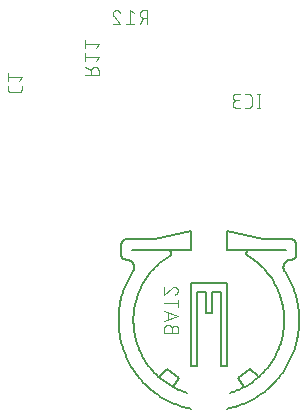
<source format=gbr>
G04 EAGLE Gerber RS-274X export*
G75*
%MOMM*%
%FSLAX34Y34*%
%LPD*%
%INSilkscreen Bottom*%
%IPPOS*%
%AMOC8*
5,1,8,0,0,1.08239X$1,22.5*%
G01*
%ADD10C,0.101600*%
%ADD11C,0.200000*%


D10*
X638073Y732592D02*
X638073Y720908D01*
X639371Y720908D02*
X636774Y720908D01*
X636774Y732592D02*
X639371Y732592D01*
X629611Y720908D02*
X627014Y720908D01*
X629611Y720908D02*
X629710Y720910D01*
X629810Y720916D01*
X629909Y720925D01*
X630007Y720938D01*
X630105Y720955D01*
X630203Y720976D01*
X630299Y721001D01*
X630394Y721029D01*
X630488Y721061D01*
X630581Y721096D01*
X630673Y721135D01*
X630763Y721178D01*
X630851Y721223D01*
X630938Y721273D01*
X631022Y721325D01*
X631105Y721381D01*
X631185Y721439D01*
X631263Y721501D01*
X631338Y721566D01*
X631411Y721634D01*
X631481Y721704D01*
X631549Y721777D01*
X631614Y721852D01*
X631676Y721930D01*
X631734Y722010D01*
X631790Y722093D01*
X631842Y722177D01*
X631892Y722264D01*
X631937Y722352D01*
X631980Y722442D01*
X632019Y722534D01*
X632054Y722627D01*
X632086Y722721D01*
X632114Y722816D01*
X632139Y722912D01*
X632160Y723010D01*
X632177Y723108D01*
X632190Y723206D01*
X632199Y723305D01*
X632205Y723405D01*
X632207Y723504D01*
X632207Y729996D01*
X632205Y730095D01*
X632199Y730195D01*
X632190Y730294D01*
X632177Y730392D01*
X632160Y730490D01*
X632139Y730588D01*
X632114Y730684D01*
X632086Y730779D01*
X632054Y730873D01*
X632019Y730966D01*
X631980Y731058D01*
X631937Y731148D01*
X631892Y731236D01*
X631842Y731323D01*
X631790Y731407D01*
X631734Y731490D01*
X631676Y731570D01*
X631614Y731648D01*
X631549Y731723D01*
X631481Y731796D01*
X631411Y731866D01*
X631338Y731934D01*
X631263Y731999D01*
X631185Y732061D01*
X631105Y732119D01*
X631022Y732175D01*
X630938Y732227D01*
X630851Y732277D01*
X630763Y732322D01*
X630673Y732365D01*
X630581Y732404D01*
X630488Y732439D01*
X630394Y732471D01*
X630299Y732499D01*
X630203Y732524D01*
X630105Y732545D01*
X630007Y732562D01*
X629909Y732575D01*
X629810Y732584D01*
X629710Y732590D01*
X629611Y732592D01*
X627014Y732592D01*
X622649Y720908D02*
X619404Y720908D01*
X619291Y720910D01*
X619178Y720916D01*
X619065Y720926D01*
X618952Y720940D01*
X618840Y720957D01*
X618729Y720979D01*
X618619Y721004D01*
X618509Y721034D01*
X618401Y721067D01*
X618294Y721104D01*
X618188Y721144D01*
X618084Y721189D01*
X617981Y721237D01*
X617880Y721288D01*
X617781Y721343D01*
X617684Y721401D01*
X617589Y721463D01*
X617496Y721528D01*
X617406Y721596D01*
X617318Y721667D01*
X617232Y721742D01*
X617149Y721819D01*
X617069Y721899D01*
X616992Y721982D01*
X616917Y722068D01*
X616846Y722156D01*
X616778Y722246D01*
X616713Y722339D01*
X616651Y722434D01*
X616593Y722531D01*
X616538Y722630D01*
X616487Y722731D01*
X616439Y722834D01*
X616394Y722938D01*
X616354Y723044D01*
X616317Y723151D01*
X616284Y723259D01*
X616254Y723369D01*
X616229Y723479D01*
X616207Y723590D01*
X616190Y723702D01*
X616176Y723815D01*
X616166Y723928D01*
X616160Y724041D01*
X616158Y724154D01*
X616160Y724267D01*
X616166Y724380D01*
X616176Y724493D01*
X616190Y724606D01*
X616207Y724718D01*
X616229Y724829D01*
X616254Y724939D01*
X616284Y725049D01*
X616317Y725157D01*
X616354Y725264D01*
X616394Y725370D01*
X616439Y725474D01*
X616487Y725577D01*
X616538Y725678D01*
X616593Y725777D01*
X616651Y725874D01*
X616713Y725969D01*
X616778Y726062D01*
X616846Y726152D01*
X616917Y726240D01*
X616992Y726326D01*
X617069Y726409D01*
X617149Y726489D01*
X617232Y726566D01*
X617318Y726641D01*
X617406Y726712D01*
X617496Y726780D01*
X617589Y726845D01*
X617684Y726907D01*
X617781Y726965D01*
X617880Y727020D01*
X617981Y727071D01*
X618084Y727119D01*
X618188Y727164D01*
X618294Y727204D01*
X618401Y727241D01*
X618509Y727274D01*
X618619Y727304D01*
X618729Y727329D01*
X618840Y727351D01*
X618952Y727368D01*
X619065Y727382D01*
X619178Y727392D01*
X619291Y727398D01*
X619404Y727400D01*
X618754Y732592D02*
X622649Y732592D01*
X618754Y732592D02*
X618653Y732590D01*
X618553Y732584D01*
X618453Y732574D01*
X618353Y732561D01*
X618254Y732543D01*
X618155Y732522D01*
X618058Y732497D01*
X617961Y732468D01*
X617866Y732435D01*
X617772Y732399D01*
X617680Y732359D01*
X617589Y732316D01*
X617500Y732269D01*
X617413Y732219D01*
X617327Y732165D01*
X617244Y732108D01*
X617164Y732048D01*
X617085Y731985D01*
X617009Y731918D01*
X616936Y731849D01*
X616866Y731777D01*
X616798Y731703D01*
X616733Y731626D01*
X616672Y731546D01*
X616613Y731464D01*
X616558Y731380D01*
X616506Y731294D01*
X616457Y731206D01*
X616412Y731116D01*
X616370Y731024D01*
X616332Y730931D01*
X616298Y730836D01*
X616267Y730741D01*
X616240Y730644D01*
X616217Y730546D01*
X616197Y730447D01*
X616182Y730347D01*
X616170Y730247D01*
X616162Y730147D01*
X616158Y730046D01*
X616158Y729946D01*
X616162Y729845D01*
X616170Y729745D01*
X616182Y729645D01*
X616197Y729545D01*
X616217Y729446D01*
X616240Y729348D01*
X616267Y729251D01*
X616298Y729156D01*
X616332Y729061D01*
X616370Y728968D01*
X616412Y728876D01*
X616457Y728786D01*
X616506Y728698D01*
X616558Y728612D01*
X616613Y728528D01*
X616672Y728446D01*
X616733Y728366D01*
X616798Y728289D01*
X616866Y728215D01*
X616936Y728143D01*
X617009Y728074D01*
X617085Y728007D01*
X617164Y727944D01*
X617244Y727884D01*
X617327Y727827D01*
X617413Y727773D01*
X617500Y727723D01*
X617589Y727676D01*
X617680Y727633D01*
X617772Y727593D01*
X617866Y727557D01*
X617961Y727524D01*
X618058Y727495D01*
X618155Y727470D01*
X618254Y727449D01*
X618353Y727431D01*
X618453Y727418D01*
X618553Y727408D01*
X618653Y727402D01*
X618754Y727400D01*
X618754Y727399D02*
X621351Y727399D01*
D11*
X531761Y582650D02*
X530773Y581079D01*
X529823Y579484D01*
X528913Y577866D01*
X528041Y576227D01*
X527210Y574567D01*
X526419Y572887D01*
X525670Y571189D01*
X524961Y569473D01*
X524295Y567740D01*
X523671Y565992D01*
X523089Y564229D01*
X522551Y562452D01*
X522055Y560663D01*
X521604Y558862D01*
X521196Y557051D01*
X520832Y555231D01*
X520512Y553402D01*
X520237Y551566D01*
X520007Y549724D01*
X519821Y547877D01*
X519680Y546026D01*
X519585Y544172D01*
X519534Y542316D01*
X519528Y540460D01*
X519567Y538604D01*
X519652Y536749D01*
X519781Y534897D01*
X519955Y533049D01*
X520174Y531205D01*
X520438Y529368D01*
X520746Y527537D01*
X521099Y525714D01*
X521496Y523901D01*
X521936Y522097D01*
X522420Y520305D01*
X522948Y518525D01*
X523519Y516759D01*
X524132Y515007D01*
X524788Y513270D01*
X525485Y511549D01*
X526224Y509846D01*
X527005Y508162D01*
X527825Y506497D01*
X528687Y504852D01*
X529587Y503229D01*
X530527Y501628D01*
X531506Y500050D01*
X532522Y498497D01*
X533576Y496969D01*
X534667Y495466D01*
X535793Y493991D01*
X536956Y492543D01*
X538153Y491124D01*
X539384Y489735D01*
X540648Y488376D01*
X541945Y487047D01*
X543274Y485751D01*
X544634Y484488D01*
X546025Y483257D01*
X547444Y482061D01*
X548893Y480900D01*
X550369Y479774D01*
X551872Y478684D01*
X553401Y477631D01*
X554955Y476616D01*
X556533Y475638D01*
X558135Y474700D01*
X559758Y473800D01*
X561404Y472940D01*
X563069Y472120D01*
X564754Y471341D01*
X566458Y470603D01*
X568178Y469906D01*
X569916Y469251D01*
X571668Y468639D01*
X573435Y468070D01*
X575215Y467543D01*
X577008Y467060D01*
X578812Y466621D01*
X580625Y466225D01*
X611375Y466225D02*
X613190Y466618D01*
X614996Y467055D01*
X616790Y467535D01*
X618572Y468059D01*
X620341Y468626D01*
X622096Y469236D01*
X623835Y469889D01*
X625558Y470583D01*
X627263Y471320D01*
X628950Y472097D01*
X630618Y472915D01*
X632265Y473774D01*
X633891Y474672D01*
X635494Y475610D01*
X637075Y476586D01*
X638631Y477601D01*
X640162Y478653D01*
X641667Y479742D01*
X643145Y480867D01*
X644595Y482027D01*
X646016Y483223D01*
X647408Y484453D01*
X648770Y485716D01*
X650101Y487012D01*
X651400Y488341D01*
X652666Y489700D01*
X653898Y491089D01*
X655097Y492509D01*
X656260Y493956D01*
X657389Y495432D01*
X658480Y496935D01*
X659535Y498464D01*
X660553Y500018D01*
X661532Y501596D01*
X662473Y503198D01*
X663375Y504822D01*
X664237Y506467D01*
X665058Y508133D01*
X665839Y509819D01*
X666579Y511523D01*
X667277Y513244D01*
X667933Y514982D01*
X668546Y516735D01*
X669117Y518503D01*
X669644Y520284D01*
X670129Y522078D01*
X670569Y523882D01*
X670965Y525697D01*
X671317Y527521D01*
X671625Y529353D01*
X671888Y531191D01*
X672106Y533036D01*
X672280Y534886D01*
X672408Y536739D01*
X672491Y538594D01*
X672529Y540452D01*
X672522Y542309D01*
X672470Y544166D01*
X672373Y546021D01*
X672230Y547873D01*
X672043Y549721D01*
X671811Y551564D01*
X671534Y553401D01*
X671212Y555230D01*
X670846Y557051D01*
X670436Y558863D01*
X669982Y560664D01*
X669484Y562454D01*
X668943Y564231D01*
X668359Y565994D01*
X667732Y567743D01*
X667063Y569476D01*
X666352Y571192D01*
X665600Y572890D01*
X664806Y574569D01*
X663972Y576229D01*
X663097Y577868D01*
X662183Y579485D01*
X661230Y581080D01*
X660239Y582651D01*
X531761Y582650D02*
X531846Y582785D01*
X531928Y582922D01*
X532006Y583061D01*
X532080Y583201D01*
X532151Y583344D01*
X532219Y583488D01*
X532283Y583634D01*
X532343Y583782D01*
X532400Y583931D01*
X532453Y584081D01*
X532502Y584232D01*
X532548Y584385D01*
X532590Y584539D01*
X532628Y584693D01*
X532662Y584849D01*
X532692Y585005D01*
X532719Y585163D01*
X532741Y585320D01*
X532760Y585479D01*
X532775Y585637D01*
X532786Y585796D01*
X532793Y585955D01*
X532796Y586115D01*
X532795Y586274D01*
X532790Y586433D01*
X532781Y586592D01*
X532769Y586751D01*
X532752Y586910D01*
X532732Y587068D01*
X532708Y587225D01*
X532679Y587382D01*
X532647Y587538D01*
X532611Y587693D01*
X532572Y587848D01*
X532528Y588001D01*
X532481Y588153D01*
X532430Y588304D01*
X532375Y588454D01*
X532317Y588602D01*
X532255Y588749D01*
X532189Y588894D01*
X532120Y589038D01*
X532048Y589179D01*
X531971Y589319D01*
X531892Y589457D01*
X531809Y589593D01*
X531723Y589727D01*
X531633Y589859D01*
X531540Y589989D01*
X531444Y590116D01*
X531345Y590241D01*
X531243Y590363D01*
X531138Y590483D01*
X531030Y590600D01*
X530919Y590715D01*
X530806Y590826D01*
X530690Y590935D01*
X530571Y591041D01*
X530449Y591144D01*
X530325Y591244D01*
X530198Y591341D01*
X530070Y591435D01*
X529939Y591525D01*
X529805Y591613D01*
X529670Y591697D01*
X529532Y591777D01*
X529393Y591855D01*
X529252Y591928D01*
X529109Y591999D01*
X528964Y592065D01*
X528818Y592129D01*
X528670Y592188D01*
X528521Y592244D01*
X528370Y592296D01*
X528218Y592345D01*
X528066Y592389D01*
X527912Y592430D01*
X527757Y592467D01*
X527601Y592501D01*
X527444Y592530D01*
X527287Y592556D01*
X527129Y592577D01*
X526971Y592595D01*
X526812Y592609D01*
X526653Y592619D01*
X526494Y592625D01*
X526334Y592627D01*
X526175Y592625D01*
X526047Y592624D01*
X525918Y592627D01*
X525790Y592633D01*
X525662Y592644D01*
X525534Y592658D01*
X525407Y592676D01*
X525280Y592698D01*
X525154Y592724D01*
X525029Y592753D01*
X524905Y592786D01*
X524782Y592823D01*
X524660Y592864D01*
X524539Y592908D01*
X524420Y592956D01*
X524302Y593007D01*
X524186Y593062D01*
X524071Y593120D01*
X523959Y593182D01*
X523848Y593247D01*
X523739Y593315D01*
X523632Y593387D01*
X523528Y593462D01*
X523426Y593539D01*
X523326Y593620D01*
X523228Y593704D01*
X523133Y593791D01*
X523041Y593880D01*
X522952Y593972D01*
X522865Y594067D01*
X522781Y594165D01*
X522700Y594265D01*
X522623Y594367D01*
X522548Y594471D01*
X522476Y594578D01*
X522408Y594687D01*
X522343Y594798D01*
X522281Y594910D01*
X522223Y595025D01*
X522168Y595141D01*
X522117Y595259D01*
X522069Y595378D01*
X522025Y595499D01*
X521984Y595621D01*
X521947Y595744D01*
X521914Y595868D01*
X521885Y595993D01*
X521859Y596119D01*
X521837Y596246D01*
X521819Y596373D01*
X521805Y596501D01*
X521794Y596629D01*
X521788Y596757D01*
X521785Y596886D01*
X521786Y597014D01*
X521786Y604994D01*
X521788Y605137D01*
X521794Y605279D01*
X521804Y605421D01*
X521817Y605563D01*
X521835Y605705D01*
X521856Y605846D01*
X521881Y605986D01*
X521911Y606126D01*
X521944Y606264D01*
X521980Y606402D01*
X522021Y606539D01*
X522065Y606674D01*
X522113Y606809D01*
X522164Y606941D01*
X522220Y607073D01*
X522278Y607203D01*
X522341Y607331D01*
X522406Y607458D01*
X522476Y607582D01*
X522548Y607705D01*
X522624Y607826D01*
X522704Y607944D01*
X522786Y608060D01*
X522872Y608174D01*
X522960Y608286D01*
X523052Y608395D01*
X523147Y608502D01*
X523244Y608606D01*
X523345Y608707D01*
X523448Y608805D01*
X523554Y608901D01*
X523662Y608993D01*
X523773Y609083D01*
X523886Y609170D01*
X524002Y609253D01*
X524120Y609333D01*
X524240Y609410D01*
X524362Y609484D01*
X524486Y609554D01*
X524612Y609621D01*
X524740Y609684D01*
X524869Y609744D01*
X525000Y609800D01*
X525133Y609853D01*
X525266Y609902D01*
X525402Y609947D01*
X525538Y609989D01*
X525675Y610027D01*
X525814Y610061D01*
X525953Y610091D01*
X526093Y610118D01*
X526234Y610140D01*
X526375Y610159D01*
X526517Y610174D01*
X526659Y610185D01*
X526802Y610192D01*
X526944Y610195D01*
X527087Y610194D01*
X527229Y610189D01*
X527372Y610181D01*
X550115Y610181D01*
X580785Y616964D01*
X580785Y601004D01*
X660239Y582650D02*
X660154Y582785D01*
X660072Y582922D01*
X659994Y583061D01*
X659920Y583201D01*
X659849Y583344D01*
X659781Y583488D01*
X659717Y583634D01*
X659657Y583782D01*
X659600Y583931D01*
X659547Y584081D01*
X659498Y584232D01*
X659452Y584385D01*
X659410Y584539D01*
X659372Y584693D01*
X659338Y584849D01*
X659308Y585005D01*
X659281Y585163D01*
X659259Y585320D01*
X659240Y585479D01*
X659225Y585637D01*
X659214Y585796D01*
X659207Y585955D01*
X659204Y586115D01*
X659205Y586274D01*
X659210Y586433D01*
X659219Y586592D01*
X659231Y586751D01*
X659248Y586910D01*
X659268Y587068D01*
X659292Y587225D01*
X659321Y587382D01*
X659353Y587538D01*
X659389Y587693D01*
X659428Y587848D01*
X659472Y588001D01*
X659519Y588153D01*
X659570Y588304D01*
X659625Y588454D01*
X659683Y588602D01*
X659745Y588749D01*
X659811Y588894D01*
X659880Y589038D01*
X659952Y589179D01*
X660029Y589319D01*
X660108Y589457D01*
X660191Y589593D01*
X660277Y589727D01*
X660367Y589859D01*
X660460Y589989D01*
X660556Y590116D01*
X660655Y590241D01*
X660757Y590363D01*
X660862Y590483D01*
X660970Y590600D01*
X661081Y590715D01*
X661194Y590826D01*
X661310Y590935D01*
X661429Y591041D01*
X661551Y591144D01*
X661675Y591244D01*
X661802Y591341D01*
X661930Y591435D01*
X662061Y591525D01*
X662195Y591613D01*
X662330Y591697D01*
X662468Y591777D01*
X662607Y591855D01*
X662748Y591928D01*
X662891Y591999D01*
X663036Y592065D01*
X663182Y592129D01*
X663330Y592188D01*
X663479Y592244D01*
X663630Y592296D01*
X663782Y592345D01*
X663934Y592389D01*
X664088Y592430D01*
X664243Y592467D01*
X664399Y592501D01*
X664556Y592530D01*
X664713Y592556D01*
X664871Y592577D01*
X665029Y592595D01*
X665188Y592609D01*
X665347Y592619D01*
X665506Y592625D01*
X665666Y592627D01*
X665825Y592625D01*
X665953Y592624D01*
X666082Y592627D01*
X666210Y592633D01*
X666338Y592644D01*
X666466Y592658D01*
X666593Y592676D01*
X666720Y592698D01*
X666846Y592724D01*
X666971Y592753D01*
X667095Y592786D01*
X667218Y592823D01*
X667340Y592864D01*
X667461Y592908D01*
X667580Y592956D01*
X667698Y593007D01*
X667814Y593062D01*
X667929Y593120D01*
X668041Y593182D01*
X668152Y593247D01*
X668261Y593315D01*
X668368Y593387D01*
X668472Y593462D01*
X668574Y593539D01*
X668674Y593620D01*
X668772Y593704D01*
X668867Y593791D01*
X668959Y593880D01*
X669048Y593972D01*
X669135Y594067D01*
X669219Y594165D01*
X669300Y594265D01*
X669377Y594367D01*
X669452Y594471D01*
X669524Y594578D01*
X669592Y594687D01*
X669657Y594798D01*
X669719Y594910D01*
X669777Y595025D01*
X669832Y595141D01*
X669883Y595259D01*
X669931Y595378D01*
X669975Y595499D01*
X670016Y595621D01*
X670053Y595744D01*
X670086Y595868D01*
X670115Y595993D01*
X670141Y596119D01*
X670163Y596246D01*
X670181Y596373D01*
X670195Y596501D01*
X670206Y596629D01*
X670212Y596757D01*
X670215Y596886D01*
X670214Y597014D01*
X670214Y604994D01*
X670212Y605137D01*
X670206Y605279D01*
X670196Y605421D01*
X670183Y605563D01*
X670165Y605705D01*
X670144Y605846D01*
X670119Y605986D01*
X670089Y606126D01*
X670056Y606264D01*
X670020Y606402D01*
X669979Y606539D01*
X669935Y606674D01*
X669887Y606809D01*
X669836Y606941D01*
X669780Y607073D01*
X669722Y607203D01*
X669659Y607331D01*
X669594Y607458D01*
X669524Y607582D01*
X669452Y607705D01*
X669376Y607826D01*
X669296Y607944D01*
X669214Y608060D01*
X669128Y608174D01*
X669040Y608286D01*
X668948Y608395D01*
X668853Y608502D01*
X668756Y608606D01*
X668655Y608707D01*
X668552Y608805D01*
X668446Y608901D01*
X668338Y608993D01*
X668227Y609083D01*
X668114Y609170D01*
X667998Y609253D01*
X667880Y609333D01*
X667760Y609410D01*
X667638Y609484D01*
X667514Y609554D01*
X667388Y609621D01*
X667260Y609684D01*
X667131Y609744D01*
X667000Y609800D01*
X666867Y609853D01*
X666734Y609902D01*
X666598Y609947D01*
X666462Y609989D01*
X666325Y610027D01*
X666186Y610061D01*
X666047Y610091D01*
X665907Y610118D01*
X665766Y610140D01*
X665625Y610159D01*
X665483Y610174D01*
X665341Y610185D01*
X665198Y610192D01*
X665056Y610195D01*
X664913Y610194D01*
X664771Y610189D01*
X664628Y610181D01*
X641885Y610181D01*
X611215Y616964D01*
X611215Y601004D01*
X562883Y595817D02*
X561554Y594983D01*
X560246Y594118D01*
X558960Y593221D01*
X557696Y592292D01*
X556455Y591333D01*
X555238Y590344D01*
X554045Y589326D01*
X552878Y588278D01*
X551737Y587203D01*
X550622Y586100D01*
X549535Y584969D01*
X548475Y583813D01*
X547444Y582631D01*
X546443Y581424D01*
X545471Y580193D01*
X544529Y578939D01*
X543619Y577662D01*
X542740Y576363D01*
X541893Y575043D01*
X541079Y573703D01*
X540297Y572343D01*
X539549Y570965D01*
X538835Y569568D01*
X538156Y568155D01*
X537511Y566725D01*
X536901Y565280D01*
X536327Y563821D01*
X535788Y562348D01*
X535286Y560862D01*
X534820Y559365D01*
X534392Y557856D01*
X534000Y556338D01*
X533645Y554810D01*
X533328Y553274D01*
X533048Y551731D01*
X532806Y550181D01*
X532603Y548626D01*
X532437Y547067D01*
X532309Y545504D01*
X532220Y543938D01*
X532169Y542370D01*
X532157Y540802D01*
X532182Y539234D01*
X532246Y537667D01*
X532349Y536102D01*
X532489Y534540D01*
X532668Y532982D01*
X532885Y531428D01*
X533140Y529881D01*
X533432Y528340D01*
X533762Y526807D01*
X534130Y525282D01*
X534535Y523767D01*
X534976Y522262D01*
X535454Y520769D01*
X535969Y519287D01*
X536520Y517819D01*
X537106Y516364D01*
X537728Y514924D01*
X538385Y513500D01*
X539076Y512093D01*
X539802Y510702D01*
X540561Y509330D01*
X541354Y507977D01*
X542180Y506644D01*
X543038Y505331D01*
X543928Y504039D01*
X544849Y502770D01*
X545801Y501524D01*
X546783Y500301D01*
X547795Y499103D01*
X548835Y497929D01*
X549905Y496782D01*
X551001Y495661D01*
X552125Y494567D01*
X553276Y493501D01*
X554452Y492464D01*
X555653Y491455D01*
X556878Y490476D01*
X558127Y489528D01*
X559399Y488610D01*
X560693Y487724D01*
X562008Y486869D01*
X563344Y486047D01*
X564699Y485258D01*
X566073Y484502D01*
X567465Y483780D01*
X568875Y483093D01*
X570301Y482440D01*
X571742Y481822D01*
X573198Y481239D01*
X574668Y480692D01*
X576151Y480182D01*
X577646Y479707D01*
X613955Y479707D02*
X615441Y480166D01*
X616916Y480661D01*
X618378Y481191D01*
X619827Y481757D01*
X621262Y482357D01*
X622681Y482993D01*
X624085Y483662D01*
X625472Y484366D01*
X626842Y485103D01*
X628193Y485873D01*
X629525Y486676D01*
X630838Y487511D01*
X632129Y488377D01*
X633400Y489275D01*
X634648Y490203D01*
X635873Y491161D01*
X637074Y492148D01*
X638252Y493165D01*
X639404Y494210D01*
X640530Y495282D01*
X641630Y496382D01*
X642703Y497508D01*
X643749Y498659D01*
X644766Y499836D01*
X645754Y501037D01*
X646713Y502262D01*
X647642Y503509D01*
X648540Y504779D01*
X649407Y506070D01*
X650242Y507382D01*
X651046Y508714D01*
X651816Y510065D01*
X652554Y511434D01*
X653258Y512821D01*
X653929Y514225D01*
X654565Y515644D01*
X655166Y517078D01*
X655733Y518527D01*
X656264Y519989D01*
X656759Y521463D01*
X657219Y522949D01*
X657642Y524446D01*
X658028Y525952D01*
X658379Y527468D01*
X658692Y528991D01*
X658968Y530522D01*
X659207Y532059D01*
X659408Y533601D01*
X659572Y535148D01*
X659698Y536698D01*
X659787Y538251D01*
X659837Y539805D01*
X659851Y541360D01*
X659826Y542916D01*
X659763Y544470D01*
X659663Y546022D01*
X659525Y547571D01*
X659350Y549116D01*
X659137Y550657D01*
X658887Y552192D01*
X658599Y553721D01*
X658275Y555242D01*
X657913Y556755D01*
X657515Y558258D01*
X657081Y559752D01*
X656610Y561234D01*
X656104Y562705D01*
X655562Y564163D01*
X654985Y565607D01*
X654373Y567037D01*
X653726Y568451D01*
X653045Y569850D01*
X652331Y571231D01*
X651583Y572595D01*
X650802Y573940D01*
X649988Y575266D01*
X649143Y576571D01*
X648267Y577856D01*
X647359Y579119D01*
X646421Y580360D01*
X645453Y581577D01*
X644456Y582771D01*
X643430Y583940D01*
X642376Y585084D01*
X641295Y586202D01*
X640186Y587293D01*
X639052Y588357D01*
X637892Y589393D01*
X636707Y590401D01*
X635498Y591379D01*
X634266Y592328D01*
X633011Y593247D01*
X631734Y594135D01*
X630436Y594992D01*
X629117Y595817D01*
X611215Y601004D02*
X661000Y601004D01*
X580785Y601004D02*
X531000Y601004D01*
X560875Y600975D02*
X560978Y600993D01*
X561082Y601008D01*
X561186Y601018D01*
X561290Y601025D01*
X561394Y601028D01*
X561499Y601027D01*
X561603Y601022D01*
X561708Y601013D01*
X561811Y601001D01*
X561914Y600984D01*
X562017Y600964D01*
X562119Y600940D01*
X562219Y600912D01*
X562319Y600880D01*
X562417Y600845D01*
X562514Y600806D01*
X562610Y600763D01*
X562704Y600717D01*
X562796Y600668D01*
X562886Y600615D01*
X562974Y600559D01*
X563060Y600499D01*
X563144Y600437D01*
X563225Y600371D01*
X563304Y600303D01*
X563380Y600231D01*
X563453Y600157D01*
X563524Y600080D01*
X563592Y600000D01*
X563657Y599918D01*
X563718Y599834D01*
X563777Y599747D01*
X563832Y599659D01*
X563884Y599568D01*
X563933Y599475D01*
X563978Y599381D01*
X564019Y599285D01*
X564057Y599188D01*
X564091Y599089D01*
X564122Y598989D01*
X564149Y598888D01*
X564172Y598786D01*
X564191Y598684D01*
X564206Y598580D01*
X564218Y598476D01*
X564226Y598372D01*
X564230Y598268D01*
X564229Y598163D01*
X564226Y598059D01*
X564218Y597955D01*
X564206Y597851D01*
X564191Y597747D01*
X564171Y597645D01*
X564148Y597543D01*
X564121Y597442D01*
X564090Y597342D01*
X564056Y597243D01*
X564018Y597146D01*
X563976Y597050D01*
X563931Y596956D01*
X563883Y596863D01*
X563831Y596773D01*
X563775Y596684D01*
X563717Y596598D01*
X563655Y596513D01*
X563590Y596431D01*
X563522Y596352D01*
X563451Y596275D01*
X563378Y596201D01*
X563301Y596129D01*
X563223Y596061D01*
X563141Y595995D01*
X563057Y595933D01*
X562971Y595874D01*
X562883Y595817D01*
X629117Y595816D02*
X629029Y595872D01*
X628943Y595931D01*
X628860Y595993D01*
X628779Y596058D01*
X628700Y596126D01*
X628624Y596197D01*
X628551Y596271D01*
X628481Y596347D01*
X628413Y596426D01*
X628348Y596508D01*
X628287Y596592D01*
X628228Y596678D01*
X628173Y596766D01*
X628121Y596856D01*
X628073Y596948D01*
X628028Y597041D01*
X627986Y597137D01*
X627948Y597233D01*
X627914Y597332D01*
X627883Y597431D01*
X627856Y597531D01*
X627833Y597633D01*
X627813Y597735D01*
X627798Y597838D01*
X627786Y597941D01*
X627778Y598045D01*
X627774Y598148D01*
X627773Y598252D01*
X627777Y598356D01*
X627784Y598460D01*
X627796Y598563D01*
X627811Y598666D01*
X627830Y598768D01*
X627852Y598870D01*
X627879Y598970D01*
X627909Y599070D01*
X627943Y599168D01*
X627980Y599265D01*
X628021Y599361D01*
X628066Y599455D01*
X628114Y599547D01*
X628165Y599637D01*
X628220Y599726D01*
X628278Y599812D01*
X628339Y599896D01*
X628403Y599978D01*
X628470Y600057D01*
X628541Y600134D01*
X628613Y600208D01*
X628689Y600279D01*
X628767Y600348D01*
X628848Y600413D01*
X628931Y600476D01*
X629016Y600535D01*
X629104Y600592D01*
X629193Y600644D01*
X629285Y600694D01*
X629378Y600740D01*
X629473Y600783D01*
X629569Y600822D01*
X629667Y600857D01*
X629766Y600889D01*
X629866Y600917D01*
X629967Y600942D01*
X630069Y600962D01*
X630171Y600979D01*
X630275Y600992D01*
X630378Y601001D01*
X630482Y601007D01*
X630586Y601008D01*
X630690Y601006D01*
X630794Y600999D01*
X630897Y600989D01*
X631000Y600975D01*
X571000Y492600D02*
X566000Y485100D01*
X571000Y492600D02*
X561000Y500100D01*
X554750Y493725D01*
X621000Y492600D02*
X626000Y485100D01*
X621000Y492600D02*
X631000Y500100D01*
X637250Y493725D01*
X581000Y502600D02*
X581000Y572600D01*
X611000Y572600D01*
X611000Y502600D01*
X606000Y502600D01*
X606000Y565100D01*
X598500Y565100D01*
X598500Y547600D01*
X593500Y547600D01*
X593500Y565100D01*
X586000Y565100D01*
X586000Y502600D01*
X581000Y502600D01*
D10*
X564599Y530685D02*
X564599Y533931D01*
X564600Y533931D02*
X564598Y534044D01*
X564592Y534157D01*
X564582Y534270D01*
X564568Y534383D01*
X564551Y534495D01*
X564529Y534606D01*
X564504Y534716D01*
X564474Y534826D01*
X564441Y534934D01*
X564404Y535041D01*
X564364Y535147D01*
X564319Y535251D01*
X564271Y535354D01*
X564220Y535455D01*
X564165Y535554D01*
X564107Y535651D01*
X564045Y535746D01*
X563980Y535839D01*
X563912Y535929D01*
X563841Y536017D01*
X563766Y536103D01*
X563689Y536186D01*
X563609Y536266D01*
X563526Y536343D01*
X563440Y536418D01*
X563352Y536489D01*
X563262Y536557D01*
X563169Y536622D01*
X563074Y536684D01*
X562977Y536742D01*
X562878Y536797D01*
X562777Y536848D01*
X562674Y536896D01*
X562570Y536941D01*
X562464Y536981D01*
X562357Y537018D01*
X562249Y537051D01*
X562139Y537081D01*
X562029Y537106D01*
X561918Y537128D01*
X561806Y537145D01*
X561693Y537159D01*
X561580Y537169D01*
X561467Y537175D01*
X561354Y537177D01*
X561241Y537175D01*
X561128Y537169D01*
X561015Y537159D01*
X560902Y537145D01*
X560790Y537128D01*
X560679Y537106D01*
X560569Y537081D01*
X560459Y537051D01*
X560351Y537018D01*
X560244Y536981D01*
X560138Y536941D01*
X560034Y536896D01*
X559931Y536848D01*
X559830Y536797D01*
X559731Y536742D01*
X559634Y536684D01*
X559539Y536622D01*
X559446Y536557D01*
X559356Y536489D01*
X559268Y536418D01*
X559182Y536343D01*
X559099Y536266D01*
X559019Y536186D01*
X558942Y536103D01*
X558867Y536017D01*
X558796Y535929D01*
X558728Y535839D01*
X558663Y535746D01*
X558601Y535651D01*
X558543Y535554D01*
X558488Y535455D01*
X558437Y535354D01*
X558389Y535251D01*
X558344Y535147D01*
X558304Y535041D01*
X558267Y534934D01*
X558234Y534826D01*
X558204Y534716D01*
X558179Y534606D01*
X558157Y534495D01*
X558140Y534383D01*
X558126Y534270D01*
X558116Y534157D01*
X558110Y534044D01*
X558108Y533931D01*
X558108Y530685D01*
X569792Y530685D01*
X569792Y533931D01*
X569790Y534032D01*
X569784Y534132D01*
X569774Y534232D01*
X569761Y534332D01*
X569743Y534431D01*
X569722Y534530D01*
X569697Y534627D01*
X569668Y534724D01*
X569635Y534819D01*
X569599Y534913D01*
X569559Y535005D01*
X569516Y535096D01*
X569469Y535185D01*
X569419Y535272D01*
X569365Y535358D01*
X569308Y535441D01*
X569248Y535521D01*
X569185Y535600D01*
X569118Y535676D01*
X569049Y535749D01*
X568977Y535819D01*
X568903Y535887D01*
X568826Y535952D01*
X568746Y536013D01*
X568664Y536072D01*
X568580Y536127D01*
X568494Y536179D01*
X568406Y536228D01*
X568316Y536273D01*
X568224Y536315D01*
X568131Y536353D01*
X568036Y536387D01*
X567941Y536418D01*
X567844Y536445D01*
X567746Y536468D01*
X567647Y536488D01*
X567547Y536503D01*
X567447Y536515D01*
X567347Y536523D01*
X567246Y536527D01*
X567146Y536527D01*
X567045Y536523D01*
X566945Y536515D01*
X566845Y536503D01*
X566745Y536488D01*
X566646Y536468D01*
X566548Y536445D01*
X566451Y536418D01*
X566356Y536387D01*
X566261Y536353D01*
X566168Y536315D01*
X566076Y536273D01*
X565986Y536228D01*
X565898Y536179D01*
X565812Y536127D01*
X565728Y536072D01*
X565646Y536013D01*
X565566Y535952D01*
X565489Y535887D01*
X565415Y535819D01*
X565343Y535749D01*
X565274Y535676D01*
X565207Y535600D01*
X565144Y535521D01*
X565084Y535441D01*
X565027Y535358D01*
X564973Y535272D01*
X564923Y535185D01*
X564876Y535096D01*
X564833Y535005D01*
X564793Y534913D01*
X564757Y534819D01*
X564724Y534724D01*
X564695Y534627D01*
X564670Y534530D01*
X564649Y534431D01*
X564631Y534332D01*
X564618Y534232D01*
X564608Y534132D01*
X564602Y534032D01*
X564600Y533931D01*
X558108Y540916D02*
X569792Y544811D01*
X558108Y548705D01*
X561029Y547732D02*
X561029Y541890D01*
X558108Y555478D02*
X569792Y555478D01*
X569792Y552233D02*
X569792Y558724D01*
X569792Y566471D02*
X569790Y566578D01*
X569784Y566684D01*
X569774Y566790D01*
X569761Y566896D01*
X569743Y567002D01*
X569722Y567106D01*
X569697Y567210D01*
X569668Y567313D01*
X569636Y567414D01*
X569599Y567514D01*
X569559Y567613D01*
X569516Y567711D01*
X569469Y567807D01*
X569418Y567901D01*
X569364Y567993D01*
X569307Y568083D01*
X569247Y568171D01*
X569183Y568256D01*
X569116Y568339D01*
X569046Y568420D01*
X568974Y568498D01*
X568898Y568574D01*
X568820Y568646D01*
X568739Y568716D01*
X568656Y568783D01*
X568571Y568847D01*
X568483Y568907D01*
X568393Y568964D01*
X568301Y569018D01*
X568207Y569069D01*
X568111Y569116D01*
X568013Y569159D01*
X567914Y569199D01*
X567814Y569236D01*
X567713Y569268D01*
X567610Y569297D01*
X567506Y569322D01*
X567402Y569343D01*
X567296Y569361D01*
X567190Y569374D01*
X567084Y569384D01*
X566978Y569390D01*
X566871Y569392D01*
X569792Y566471D02*
X569790Y566350D01*
X569784Y566229D01*
X569774Y566109D01*
X569761Y565988D01*
X569743Y565869D01*
X569722Y565749D01*
X569697Y565631D01*
X569668Y565514D01*
X569635Y565397D01*
X569599Y565282D01*
X569558Y565168D01*
X569515Y565055D01*
X569467Y564943D01*
X569416Y564834D01*
X569361Y564726D01*
X569303Y564619D01*
X569242Y564515D01*
X569177Y564413D01*
X569109Y564313D01*
X569038Y564215D01*
X568964Y564119D01*
X568887Y564026D01*
X568806Y563936D01*
X568723Y563848D01*
X568637Y563763D01*
X568548Y563680D01*
X568457Y563601D01*
X568363Y563524D01*
X568267Y563451D01*
X568169Y563381D01*
X568068Y563314D01*
X567965Y563250D01*
X567860Y563190D01*
X567753Y563133D01*
X567645Y563079D01*
X567535Y563029D01*
X567423Y562983D01*
X567310Y562940D01*
X567195Y562901D01*
X564599Y568419D02*
X564676Y568498D01*
X564757Y568574D01*
X564840Y568647D01*
X564925Y568717D01*
X565013Y568784D01*
X565103Y568848D01*
X565195Y568908D01*
X565290Y568965D01*
X565386Y569019D01*
X565484Y569070D01*
X565584Y569117D01*
X565686Y569161D01*
X565789Y569201D01*
X565893Y569237D01*
X565999Y569269D01*
X566105Y569298D01*
X566213Y569323D01*
X566321Y569345D01*
X566431Y569362D01*
X566540Y569376D01*
X566650Y569385D01*
X566761Y569391D01*
X566871Y569393D01*
X564599Y568418D02*
X558108Y562901D01*
X558108Y569392D01*
X502692Y749258D02*
X491008Y749258D01*
X502692Y749258D02*
X502692Y752504D01*
X502690Y752617D01*
X502684Y752730D01*
X502674Y752843D01*
X502660Y752956D01*
X502643Y753068D01*
X502621Y753179D01*
X502596Y753289D01*
X502566Y753399D01*
X502533Y753507D01*
X502496Y753614D01*
X502456Y753720D01*
X502411Y753824D01*
X502363Y753927D01*
X502312Y754028D01*
X502257Y754127D01*
X502199Y754224D01*
X502137Y754319D01*
X502072Y754412D01*
X502004Y754502D01*
X501933Y754590D01*
X501858Y754676D01*
X501781Y754759D01*
X501701Y754839D01*
X501618Y754916D01*
X501532Y754991D01*
X501444Y755062D01*
X501354Y755130D01*
X501261Y755195D01*
X501166Y755257D01*
X501069Y755315D01*
X500970Y755370D01*
X500869Y755421D01*
X500766Y755469D01*
X500662Y755514D01*
X500556Y755554D01*
X500449Y755591D01*
X500341Y755624D01*
X500231Y755654D01*
X500121Y755679D01*
X500010Y755701D01*
X499898Y755718D01*
X499785Y755732D01*
X499672Y755742D01*
X499559Y755748D01*
X499446Y755750D01*
X499333Y755748D01*
X499220Y755742D01*
X499107Y755732D01*
X498994Y755718D01*
X498882Y755701D01*
X498771Y755679D01*
X498661Y755654D01*
X498551Y755624D01*
X498443Y755591D01*
X498336Y755554D01*
X498230Y755514D01*
X498126Y755469D01*
X498023Y755421D01*
X497922Y755370D01*
X497823Y755315D01*
X497726Y755257D01*
X497631Y755195D01*
X497538Y755130D01*
X497448Y755062D01*
X497360Y754991D01*
X497274Y754916D01*
X497191Y754839D01*
X497111Y754759D01*
X497034Y754676D01*
X496959Y754590D01*
X496888Y754502D01*
X496820Y754412D01*
X496755Y754319D01*
X496693Y754224D01*
X496635Y754127D01*
X496580Y754028D01*
X496529Y753927D01*
X496481Y753824D01*
X496436Y753720D01*
X496396Y753614D01*
X496359Y753507D01*
X496326Y753399D01*
X496296Y753289D01*
X496271Y753179D01*
X496249Y753068D01*
X496232Y752956D01*
X496218Y752843D01*
X496208Y752730D01*
X496202Y752617D01*
X496200Y752504D01*
X496201Y752504D02*
X496201Y749258D01*
X496201Y753153D02*
X491008Y755749D01*
X500096Y760614D02*
X502692Y763860D01*
X491008Y763860D01*
X491008Y767105D02*
X491008Y760614D01*
X500096Y772044D02*
X502692Y775290D01*
X491008Y775290D01*
X491008Y778535D02*
X491008Y772044D01*
X543942Y792008D02*
X543942Y803692D01*
X540696Y803692D01*
X540583Y803690D01*
X540470Y803684D01*
X540357Y803674D01*
X540244Y803660D01*
X540132Y803643D01*
X540021Y803621D01*
X539911Y803596D01*
X539801Y803566D01*
X539693Y803533D01*
X539586Y803496D01*
X539480Y803456D01*
X539376Y803411D01*
X539273Y803363D01*
X539172Y803312D01*
X539073Y803257D01*
X538976Y803199D01*
X538881Y803137D01*
X538788Y803072D01*
X538698Y803004D01*
X538610Y802933D01*
X538524Y802858D01*
X538441Y802781D01*
X538361Y802701D01*
X538284Y802618D01*
X538209Y802532D01*
X538138Y802444D01*
X538070Y802354D01*
X538005Y802261D01*
X537943Y802166D01*
X537885Y802069D01*
X537830Y801970D01*
X537779Y801869D01*
X537731Y801766D01*
X537686Y801662D01*
X537646Y801556D01*
X537609Y801449D01*
X537576Y801341D01*
X537546Y801231D01*
X537521Y801121D01*
X537499Y801010D01*
X537482Y800898D01*
X537468Y800785D01*
X537458Y800672D01*
X537452Y800559D01*
X537450Y800446D01*
X537452Y800333D01*
X537458Y800220D01*
X537468Y800107D01*
X537482Y799994D01*
X537499Y799882D01*
X537521Y799771D01*
X537546Y799661D01*
X537576Y799551D01*
X537609Y799443D01*
X537646Y799336D01*
X537686Y799230D01*
X537731Y799126D01*
X537779Y799023D01*
X537830Y798922D01*
X537885Y798823D01*
X537943Y798726D01*
X538005Y798631D01*
X538070Y798538D01*
X538138Y798448D01*
X538209Y798360D01*
X538284Y798274D01*
X538361Y798191D01*
X538441Y798111D01*
X538524Y798034D01*
X538610Y797959D01*
X538698Y797888D01*
X538788Y797820D01*
X538881Y797755D01*
X538976Y797693D01*
X539073Y797635D01*
X539172Y797580D01*
X539273Y797529D01*
X539376Y797481D01*
X539480Y797436D01*
X539586Y797396D01*
X539693Y797359D01*
X539801Y797326D01*
X539911Y797296D01*
X540021Y797271D01*
X540132Y797249D01*
X540244Y797232D01*
X540357Y797218D01*
X540470Y797208D01*
X540583Y797202D01*
X540696Y797200D01*
X540696Y797201D02*
X543942Y797201D01*
X540047Y797201D02*
X537451Y792008D01*
X532586Y801096D02*
X529340Y803692D01*
X529340Y792008D01*
X526095Y792008D02*
X532586Y792008D01*
X517586Y803692D02*
X517479Y803690D01*
X517373Y803684D01*
X517267Y803674D01*
X517161Y803661D01*
X517055Y803643D01*
X516951Y803622D01*
X516847Y803597D01*
X516744Y803568D01*
X516643Y803536D01*
X516543Y803499D01*
X516444Y803459D01*
X516346Y803416D01*
X516250Y803369D01*
X516156Y803318D01*
X516064Y803264D01*
X515974Y803207D01*
X515886Y803147D01*
X515801Y803083D01*
X515718Y803016D01*
X515637Y802946D01*
X515559Y802874D01*
X515483Y802798D01*
X515411Y802720D01*
X515341Y802639D01*
X515274Y802556D01*
X515210Y802471D01*
X515150Y802383D01*
X515093Y802293D01*
X515039Y802201D01*
X514988Y802107D01*
X514941Y802011D01*
X514898Y801913D01*
X514858Y801814D01*
X514821Y801714D01*
X514789Y801613D01*
X514760Y801510D01*
X514735Y801406D01*
X514714Y801302D01*
X514696Y801196D01*
X514683Y801090D01*
X514673Y800984D01*
X514667Y800878D01*
X514665Y800771D01*
X517586Y803692D02*
X517707Y803690D01*
X517828Y803684D01*
X517948Y803674D01*
X518069Y803661D01*
X518188Y803643D01*
X518308Y803622D01*
X518426Y803597D01*
X518543Y803568D01*
X518660Y803535D01*
X518775Y803499D01*
X518889Y803458D01*
X519002Y803415D01*
X519114Y803367D01*
X519223Y803316D01*
X519331Y803261D01*
X519438Y803203D01*
X519542Y803142D01*
X519644Y803077D01*
X519744Y803009D01*
X519842Y802938D01*
X519938Y802864D01*
X520031Y802787D01*
X520121Y802706D01*
X520209Y802623D01*
X520294Y802537D01*
X520377Y802448D01*
X520456Y802357D01*
X520533Y802263D01*
X520606Y802167D01*
X520676Y802069D01*
X520743Y801968D01*
X520807Y801865D01*
X520868Y801760D01*
X520925Y801653D01*
X520978Y801545D01*
X521028Y801435D01*
X521074Y801323D01*
X521117Y801210D01*
X521156Y801095D01*
X515639Y798499D02*
X515560Y798577D01*
X515484Y798657D01*
X515411Y798740D01*
X515341Y798826D01*
X515274Y798913D01*
X515210Y799004D01*
X515150Y799096D01*
X515092Y799190D01*
X515038Y799287D01*
X514988Y799385D01*
X514941Y799485D01*
X514897Y799586D01*
X514857Y799689D01*
X514821Y799794D01*
X514789Y799899D01*
X514760Y800006D01*
X514735Y800113D01*
X514713Y800222D01*
X514696Y800331D01*
X514682Y800440D01*
X514673Y800550D01*
X514667Y800661D01*
X514665Y800771D01*
X515638Y798499D02*
X521156Y792008D01*
X514665Y792008D01*
X425908Y739401D02*
X425908Y736804D01*
X425910Y736705D01*
X425916Y736605D01*
X425925Y736506D01*
X425938Y736408D01*
X425955Y736310D01*
X425976Y736212D01*
X426001Y736116D01*
X426029Y736021D01*
X426061Y735927D01*
X426096Y735834D01*
X426135Y735742D01*
X426178Y735652D01*
X426223Y735564D01*
X426273Y735477D01*
X426325Y735393D01*
X426381Y735310D01*
X426439Y735230D01*
X426501Y735152D01*
X426566Y735077D01*
X426634Y735004D01*
X426704Y734934D01*
X426777Y734866D01*
X426852Y734801D01*
X426930Y734739D01*
X427010Y734681D01*
X427093Y734625D01*
X427177Y734573D01*
X427264Y734523D01*
X427352Y734478D01*
X427442Y734435D01*
X427534Y734396D01*
X427627Y734361D01*
X427721Y734329D01*
X427816Y734301D01*
X427912Y734276D01*
X428010Y734255D01*
X428108Y734238D01*
X428206Y734225D01*
X428305Y734216D01*
X428405Y734210D01*
X428504Y734208D01*
X434996Y734208D01*
X435095Y734210D01*
X435195Y734216D01*
X435294Y734225D01*
X435392Y734238D01*
X435490Y734255D01*
X435588Y734276D01*
X435684Y734301D01*
X435779Y734329D01*
X435873Y734361D01*
X435966Y734396D01*
X436058Y734435D01*
X436148Y734478D01*
X436236Y734523D01*
X436323Y734573D01*
X436407Y734625D01*
X436490Y734681D01*
X436570Y734739D01*
X436648Y734801D01*
X436723Y734866D01*
X436796Y734934D01*
X436866Y735004D01*
X436934Y735077D01*
X436999Y735152D01*
X437061Y735230D01*
X437119Y735310D01*
X437175Y735393D01*
X437227Y735477D01*
X437277Y735564D01*
X437322Y735652D01*
X437365Y735742D01*
X437404Y735834D01*
X437439Y735926D01*
X437471Y736021D01*
X437499Y736116D01*
X437524Y736212D01*
X437545Y736310D01*
X437562Y736408D01*
X437575Y736506D01*
X437584Y736605D01*
X437590Y736705D01*
X437592Y736804D01*
X437592Y739401D01*
X434996Y743766D02*
X437592Y747012D01*
X425908Y747012D01*
X425908Y750257D02*
X425908Y743766D01*
M02*

</source>
